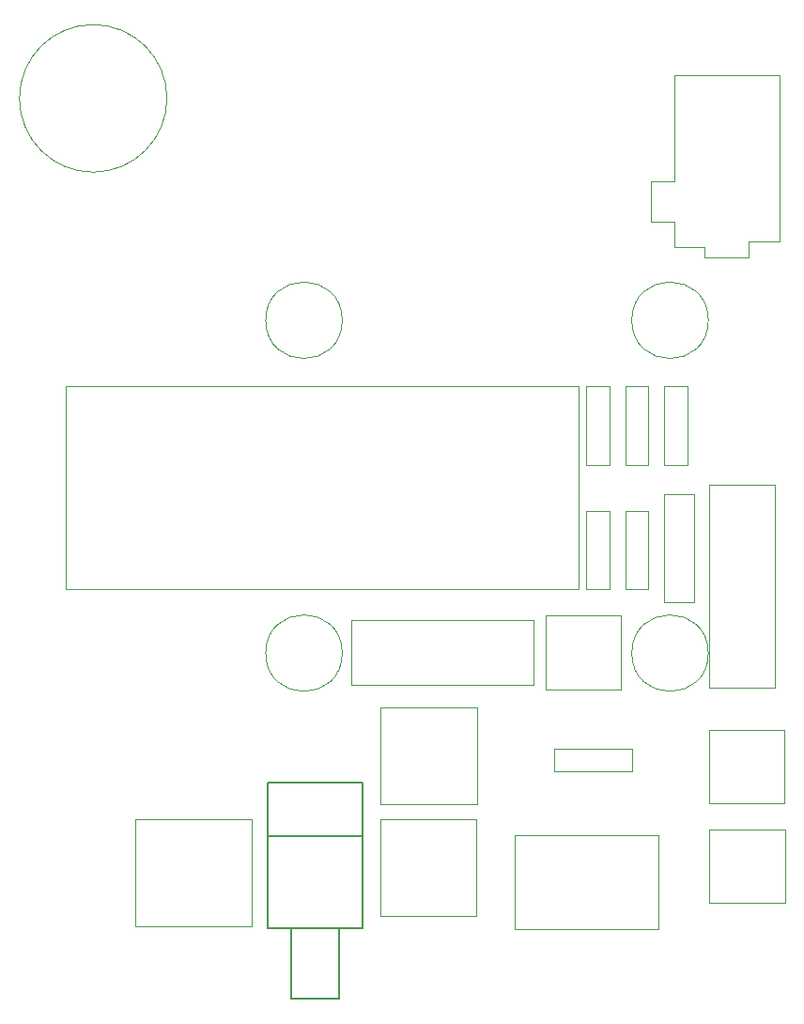
<source format=gbr>
G04 #@! TF.GenerationSoftware,KiCad,Pcbnew,(5.0.0)*
G04 #@! TF.CreationDate,2018-10-11T22:14:57+02:00*
G04 #@! TF.ProjectId,OpenSpritzer_1.2,4F70656E53707269747A65725F312E32,rev?*
G04 #@! TF.SameCoordinates,Original*
G04 #@! TF.FileFunction,Other,User*
%FSLAX46Y46*%
G04 Gerber Fmt 4.6, Leading zero omitted, Abs format (unit mm)*
G04 Created by KiCad (PCBNEW (5.0.0)) date 10/11/18 22:14:57*
%MOMM*%
%LPD*%
G01*
G04 APERTURE LIST*
%ADD10C,0.050000*%
%ADD11C,0.150000*%
G04 APERTURE END LIST*
D10*
G04 #@! TO.C,*
X152350000Y-72870000D02*
X161850000Y-72870000D01*
X152350000Y-82440000D02*
X152350000Y-72870000D01*
X150300000Y-82440000D02*
X152350000Y-82440000D01*
X150300000Y-82440000D02*
X150300000Y-86150000D01*
X152350000Y-86150000D02*
X150350000Y-86150000D01*
X152350000Y-88380000D02*
X152350000Y-86150000D01*
X155100000Y-88380000D02*
X152350000Y-88380000D01*
X155100000Y-89350000D02*
X155100000Y-88380000D01*
X159100000Y-89350000D02*
X155100000Y-89350000D01*
X159100000Y-87870000D02*
X159100000Y-89350000D01*
X161600000Y-87870000D02*
X159100000Y-87870000D01*
X161850000Y-87870000D02*
X161850000Y-72870000D01*
X161600000Y-87870000D02*
X161850000Y-87870000D01*
X150925000Y-141400000D02*
X137975000Y-141400000D01*
X137975000Y-141400000D02*
X137975000Y-149900000D01*
X137975000Y-149900000D02*
X150925000Y-149900000D01*
X150925000Y-141400000D02*
X150925000Y-149900000D01*
X106650000Y-75000000D02*
G75*
G03X106650000Y-75000000I-6650000J0D01*
G01*
X139650000Y-127900000D02*
X139650000Y-122000000D01*
X139650000Y-122000000D02*
X123250000Y-122000000D01*
X123250000Y-122000000D02*
X123250000Y-127900000D01*
X123250000Y-127900000D02*
X139650000Y-127900000D01*
D11*
X115720000Y-141500000D02*
X124280000Y-141500000D01*
X122150000Y-149800000D02*
X122150000Y-156150000D01*
X117850000Y-156150000D02*
X122150000Y-156150000D01*
X117850000Y-149800000D02*
X117850000Y-156150000D01*
X115720000Y-136650000D02*
X115720000Y-149800000D01*
X124280000Y-136650000D02*
X124280000Y-149800000D01*
X115720000Y-136650000D02*
X124280000Y-136650000D01*
X115720000Y-149800000D02*
X124280000Y-149800000D01*
D10*
X125850000Y-148650000D02*
X134550000Y-148650000D01*
X134550000Y-148650000D02*
X134550000Y-139950000D01*
X134550000Y-139950000D02*
X125850000Y-139950000D01*
X125850000Y-139950000D02*
X125850000Y-148650000D01*
X146550000Y-108030000D02*
X146550000Y-100950000D01*
X144450000Y-108030000D02*
X146550000Y-108030000D01*
X144450000Y-100950000D02*
X144450000Y-108030000D01*
X146550000Y-100950000D02*
X144450000Y-100950000D01*
X150050000Y-108030000D02*
X150050000Y-100950000D01*
X147950000Y-108030000D02*
X150050000Y-108030000D01*
X147950000Y-100950000D02*
X147950000Y-108030000D01*
X150050000Y-100950000D02*
X147950000Y-100950000D01*
X153550000Y-108030000D02*
X153550000Y-100950000D01*
X151450000Y-108030000D02*
X153550000Y-108030000D01*
X151450000Y-100950000D02*
X151450000Y-108030000D01*
X153550000Y-100950000D02*
X151450000Y-100950000D01*
X147950000Y-112170000D02*
X147950000Y-119250000D01*
X150050000Y-112170000D02*
X147950000Y-112170000D01*
X150050000Y-119250000D02*
X150050000Y-112170000D01*
X147950000Y-119250000D02*
X150050000Y-119250000D01*
X144450000Y-112170000D02*
X144450000Y-119250000D01*
X146550000Y-112170000D02*
X144450000Y-112170000D01*
X146550000Y-119250000D02*
X146550000Y-112170000D01*
X144450000Y-119250000D02*
X146550000Y-119250000D01*
X125900000Y-138600000D02*
X134600000Y-138600000D01*
X125900000Y-129900000D02*
X125900000Y-138600000D01*
X134600000Y-129900000D02*
X125900000Y-129900000D01*
X134600000Y-138600000D02*
X134600000Y-129900000D01*
X141515479Y-135684520D02*
X148595479Y-135684520D01*
X141515479Y-133584520D02*
X141515479Y-135684520D01*
X148595479Y-133584520D02*
X141515479Y-133584520D01*
X148595479Y-135684520D02*
X148595479Y-133584520D01*
X122450000Y-95000000D02*
G75*
G03X122450000Y-95000000I-3450000J0D01*
G01*
X122450000Y-125000000D02*
G75*
G03X122450000Y-125000000I-3450000J0D01*
G01*
X162345000Y-140905000D02*
X162345000Y-147485000D01*
X162345000Y-140905000D02*
X155505000Y-140905000D01*
X155505000Y-147485000D02*
X162345000Y-147485000D01*
X155505000Y-147485000D02*
X155505000Y-140905000D01*
X155480000Y-138510000D02*
X155480000Y-131930000D01*
X155480000Y-138510000D02*
X162320000Y-138510000D01*
X162320000Y-131930000D02*
X155480000Y-131930000D01*
X162320000Y-131930000D02*
X162320000Y-138510000D01*
X143760000Y-100970000D02*
X143760000Y-119250000D01*
X143760000Y-100970000D02*
X97540000Y-100970000D01*
X97540000Y-119250000D02*
X143760000Y-119250000D01*
X97540000Y-119250000D02*
X97540000Y-100970000D01*
X154150000Y-110700000D02*
X151450000Y-110700000D01*
X151450000Y-110700000D02*
X151450000Y-120450000D01*
X151450000Y-120450000D02*
X154150000Y-120450000D01*
X154150000Y-120450000D02*
X154150000Y-110700000D01*
X161425000Y-109800000D02*
X155525000Y-109800000D01*
X155525000Y-109800000D02*
X155525000Y-128150000D01*
X155525000Y-128150000D02*
X161425000Y-128150000D01*
X161425000Y-128150000D02*
X161425000Y-109800000D01*
X155450000Y-95000000D02*
G75*
G03X155450000Y-95000000I-3450000J0D01*
G01*
X147525000Y-128300000D02*
X147525000Y-121600000D01*
X147525000Y-121600000D02*
X140825000Y-121600000D01*
X140825000Y-121600000D02*
X140825000Y-128300000D01*
X140825000Y-128300000D02*
X147525000Y-128300000D01*
X114250000Y-149600000D02*
X114250000Y-140000000D01*
X114250000Y-140000000D02*
X103750000Y-140000000D01*
X103750000Y-140000000D02*
X103750000Y-149600000D01*
X103750000Y-149600000D02*
X114250000Y-149600000D01*
X155450000Y-125000000D02*
G75*
G03X155450000Y-125000000I-3450000J0D01*
G01*
G04 #@! TD*
M02*

</source>
